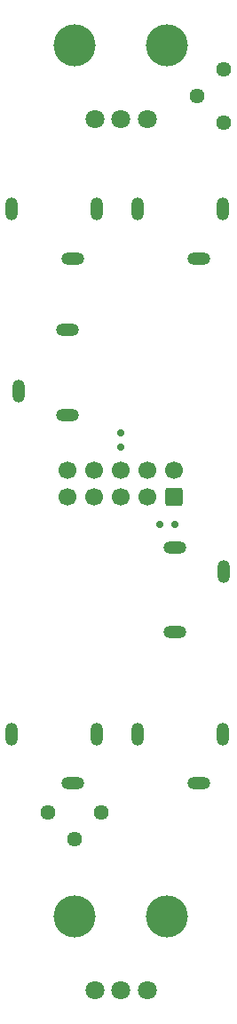
<source format=gbr>
%TF.GenerationSoftware,KiCad,Pcbnew,7.0.9*%
%TF.CreationDate,2024-11-09T18:40:38+13:00*%
%TF.ProjectId,VCA,5643412e-6b69-4636-9164-5f7063625858,rev?*%
%TF.SameCoordinates,Original*%
%TF.FileFunction,Soldermask,Top*%
%TF.FilePolarity,Negative*%
%FSLAX46Y46*%
G04 Gerber Fmt 4.6, Leading zero omitted, Abs format (unit mm)*
G04 Created by KiCad (PCBNEW 7.0.9) date 2024-11-09 18:40:38*
%MOMM*%
%LPD*%
G01*
G04 APERTURE LIST*
G04 Aperture macros list*
%AMRoundRect*
0 Rectangle with rounded corners*
0 $1 Rounding radius*
0 $2 $3 $4 $5 $6 $7 $8 $9 X,Y pos of 4 corners*
0 Add a 4 corners polygon primitive as box body*
4,1,4,$2,$3,$4,$5,$6,$7,$8,$9,$2,$3,0*
0 Add four circle primitives for the rounded corners*
1,1,$1+$1,$2,$3*
1,1,$1+$1,$4,$5*
1,1,$1+$1,$6,$7*
1,1,$1+$1,$8,$9*
0 Add four rect primitives between the rounded corners*
20,1,$1+$1,$2,$3,$4,$5,0*
20,1,$1+$1,$4,$5,$6,$7,0*
20,1,$1+$1,$6,$7,$8,$9,0*
20,1,$1+$1,$8,$9,$2,$3,0*%
G04 Aperture macros list end*
%ADD10RoundRect,0.150000X-0.200000X0.150000X-0.200000X-0.150000X0.200000X-0.150000X0.200000X0.150000X0*%
%ADD11RoundRect,0.150000X0.150000X0.200000X-0.150000X0.200000X-0.150000X-0.200000X0.150000X-0.200000X0*%
%ADD12O,1.200000X2.200000*%
%ADD13O,2.200000X1.200000*%
%ADD14C,4.000000*%
%ADD15C,1.800000*%
%ADD16RoundRect,0.250000X0.600000X-0.600000X0.600000X0.600000X-0.600000X0.600000X-0.600000X-0.600000X0*%
%ADD17C,1.700000*%
%ADD18C,1.440000*%
G04 APERTURE END LIST*
D10*
%TO.C,D2*%
X112500000Y-71800000D03*
X112500000Y-70400000D03*
%TD*%
D11*
%TO.C,D1*%
X116200000Y-79100000D03*
X117600000Y-79100000D03*
%TD*%
D12*
%TO.C,J5*%
X122200000Y-99100000D03*
X114100000Y-99100000D03*
D13*
X119900000Y-103800000D03*
%TD*%
D12*
%TO.C,J1*%
X110200000Y-49100000D03*
X102100000Y-49100000D03*
D13*
X107900000Y-53800000D03*
%TD*%
D12*
%TO.C,J4*%
X110200000Y-99100000D03*
X102100000Y-99100000D03*
D13*
X107900000Y-103800000D03*
%TD*%
D14*
%TO.C,RV2*%
X108100000Y-33500000D03*
X116900000Y-33500000D03*
D15*
X115000000Y-40500000D03*
X112500000Y-40500000D03*
X110000000Y-40500000D03*
%TD*%
D13*
%TO.C,J6*%
X117600000Y-81300000D03*
X117600000Y-89400000D03*
D12*
X122300000Y-83600000D03*
%TD*%
%TO.C,J2*%
X122200000Y-49100000D03*
X114100000Y-49100000D03*
D13*
X119900000Y-53800000D03*
%TD*%
D14*
%TO.C,RV4*%
X108100000Y-116500000D03*
X116900000Y-116500000D03*
D15*
X115000000Y-123500000D03*
X112500000Y-123500000D03*
X110000000Y-123500000D03*
%TD*%
D13*
%TO.C,J3*%
X107400000Y-68700000D03*
X107400000Y-60600000D03*
D12*
X102700000Y-66400000D03*
%TD*%
D16*
%TO.C,J7*%
X117580000Y-76500000D03*
D17*
X117580000Y-73960000D03*
X115040000Y-76500000D03*
X115040000Y-73960000D03*
X112500000Y-76500000D03*
X112500000Y-73960000D03*
X109960000Y-76500000D03*
X109960000Y-73960000D03*
X107420000Y-76500000D03*
X107420000Y-73960000D03*
%TD*%
D18*
%TO.C,RV1*%
X122325000Y-35775000D03*
X119785000Y-38315000D03*
X122325000Y-40855000D03*
%TD*%
%TO.C,RV3*%
X105575000Y-106575000D03*
X108115000Y-109115000D03*
X110655000Y-106575000D03*
%TD*%
M02*

</source>
